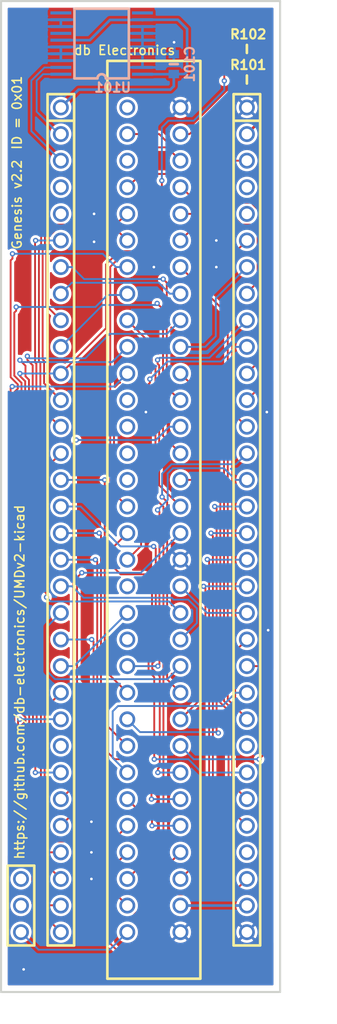
<source format=kicad_pcb>
(kicad_pcb (version 20171130) (host pcbnew 5.1.5-52549c5~84~ubuntu18.04.1)
  (title_block (title "Sega Genesis UMDv2 Adapter") (date 2020-03-09) (rev 2.2) (company "db Electronics") (comment 1 "Licensed Under CERN OHL v.1.2") (comment 2 https://github.com/db-electronics/UMDv2-genesis-kicad))
  (layers (0 F.Cu signal) (31 B.Cu signal) (34 B.Paste user) (35 F.Paste user) (36 B.SilkS user) (37 F.SilkS user) (38 B.Mask user) (39 F.Mask user) (44 Edge.Cuts user))
  (net 0 "")
  (net 1 +3V3)
  (net 2 GND)
  (net 3 /SDA)
  (net 4 /SCL)
  (net 5 /~LWR~)
  (net 6 /A15)
  (net 7 /A13)
  (net 8 /A18)
  (net 9 /A16)
  (net 10 /~WR~)
  (net 11 /A10)
  (net 12 /A8)
  (net 13 /D0)
  (net 14 /D14)
  (net 15 /D2)
  (net 16 /D12)
  (net 17 /D10)
  (net 18 /D8)
  (net 19 /D6)
  (net 20 /D4)
  (net 21 /A5)
  (net 22 /A3)
  (net 23 /A1)
  (net 24 /A22)
  (net 25 /A20)
  (net 26 /A19)
  (net 27 /A23)
  (net 28 /A21)
  (net 29 /A2)
  (net 30 /A4)
  (net 31 /~CE~)
  (net 32 /A6)
  (net 33 /~CART~)
  (net 34 /~VRES~)
  (net 35 /D5)
  (net 36 /D7)
  (net 37 /D9)
  (net 38 /D11)
  (net 39 /D3)
  (net 40 /D13)
  (net 41 /D15)
  (net 42 /D1)
  (net 43 /A7)
  (net 44 /A9)
  (net 45 /A11)
  (net 46 /~RD~)
  (net 47 /A17)
  (net 48 /A12)
  (net 49 /A14)
  (net 50 /~TIME~)
  (net 51 /~MRES~)
  (net 52 /~DTACK~)
  (net 53 /~ASEL~)
  (net 54 /~AS~)
  (net 55 /~M3~)
  (net 56 /5V_0)
  (net 57 /5V_1)
  (net 58 "Net-(CON102-PadA2)")
  (net 59 "Net-(CON101-Pad66)")
  (net 60 "Net-(CON101-Pad65)")
  (net 61 "Net-(CON101-Pad61)")
  (net 62 "Net-(CON101-Pad60)")
  (net 63 "Net-(CON101-Pad40)")
  (net 64 /A0)
  (net 65 "Net-(CON101-Pad25)")
  (net 66 "Net-(CON101-Pad5)")
  (net 67 "Net-(CON101-Pad4)")
  (net 68 "Net-(CON102-PadB1)")
  (net 69 "Net-(CON102-PadB3)")
  (net 70 "Net-(CON102-PadB12)")
  (net 71 "Net-(CON102-PadB13)")
  (net 72 "Net-(CON102-PadB14)")
  (net 73 "Net-(CON102-PadB15)")
  (net 74 "Net-(CON102-PadB19)")
  (net 75 "Net-(CON102-PadB21)")
  (net 76 "Net-(U101-Pad7)")
  (net 77 "Net-(U101-Pad10)")
  (net 78 "Net-(U101-Pad11)")
  (module db-smt:0603 (layer F.Cu) (at 153.67 60.452)
    (fp_text reference R102 (at 0.127 -1.397) (layer F.SilkS) (effects (font (size 0.889 0.889) (thickness 0.2032))))
    (fp_text value 0 hide)
    (pad 2 smd rect (at 0.95 0) (size 0.8 1) (layers F.Cu F.Paste F.Mask) (net 10 /~WR~))
    (pad 1 smd rect (at -0.95 0) (size 0.8 1) (layers F.Cu F.Paste F.Mask) (net 58 "Net-(CON102-PadA2)"))
  )
  (module db-smt:0603 (layer F.Cu) (at 153.67 63.373)
    (fp_text reference R101 (at 0.127 -1.397) (layer F.SilkS) (effects (font (size 0.889 0.889) (thickness 0.2032))))
    (fp_text value 0 hide)
    (pad 2 smd rect (at 0.95 0) (size 0.8 1) (layers F.Cu F.Paste F.Mask) (net 56 /5V_0))
    (pad 1 smd rect (at -0.95 0) (size 0.8 1) (layers F.Cu F.Paste F.Mask) (net 58 "Net-(CON102-PadA2)"))
  )
  (module db-thparts:UMD-CONN-DIP64 (layer F.Cu) (at 135.89 66.04)
    (fp_text reference CON101 hide)
    (fp_text value UMDv2-CONN hide)
    (pad 67 thru_hole circle (at -3.81 78.74 270) (size 1.524 1.524) (drill 1.016) (layers *.Cu *.Mask) (net 33 /~CART~))
    (pad 66 thru_hole circle (at -3.81 76.2 270) (size 1.524 1.524) (drill 1.016) (layers *.Cu *.Mask) (net 59 "Net-(CON101-Pad66)"))
    (pad 65 thru_hole circle (at -3.81 73.66 270) (size 1.524 1.524) (drill 1.016) (layers *.Cu *.Mask) (net 60 "Net-(CON101-Pad65)"))
    (pad 64 thru_hole circle (at 17.78 0) (size 1.524 1.524) (drill 1.016) (layers *.Cu *.Mask) (net 2 GND))
    (pad 63 thru_hole circle (at 17.78 2.54) (size 1.524 1.524) (drill 1.016) (layers *.Cu *.Mask) (net 56 /5V_0))
    (pad 62 thru_hole circle (at 17.78 5.08) (size 1.524 1.524) (drill 1.016) (layers *.Cu *.Mask) (net 51 /~MRES~))
    (pad 61 thru_hole circle (at 17.78 7.62) (size 1.524 1.524) (drill 1.016) (layers *.Cu *.Mask) (net 61 "Net-(CON101-Pad61)"))
    (pad 60 thru_hole circle (at 17.78 10.16) (size 1.524 1.524) (drill 1.016) (layers *.Cu *.Mask) (net 62 "Net-(CON101-Pad60)"))
    (pad 59 thru_hole circle (at 17.78 12.7) (size 1.524 1.524) (drill 1.016) (layers *.Cu *.Mask) (net 54 /~AS~))
    (pad 58 thru_hole circle (at 17.78 15.24) (size 1.524 1.524) (drill 1.016) (layers *.Cu *.Mask) (net 49 /A14))
    (pad 57 thru_hole circle (at 17.78 17.78) (size 1.524 1.524) (drill 1.016) (layers *.Cu *.Mask) (net 48 /A12))
    (pad 56 thru_hole circle (at 17.78 20.32) (size 1.524 1.524) (drill 1.016) (layers *.Cu *.Mask) (net 47 /A17))
    (pad 55 thru_hole circle (at 17.78 22.86) (size 1.524 1.524) (drill 1.016) (layers *.Cu *.Mask) (net 46 /~RD~))
    (pad 54 thru_hole circle (at 17.78 25.4) (size 1.524 1.524) (drill 1.016) (layers *.Cu *.Mask) (net 45 /A11))
    (pad 53 thru_hole circle (at 17.78 27.94) (size 1.524 1.524) (drill 1.016) (layers *.Cu *.Mask) (net 44 /A9))
    (pad 52 thru_hole circle (at 17.78 30.48) (size 1.524 1.524) (drill 1.016) (layers *.Cu *.Mask) (net 43 /A7))
    (pad 51 thru_hole circle (at 17.78 33.02) (size 1.524 1.524) (drill 1.016) (layers *.Cu *.Mask) (net 42 /D1))
    (pad 50 thru_hole circle (at 17.78 35.56) (size 1.524 1.524) (drill 1.016) (layers *.Cu *.Mask) (net 41 /D15))
    (pad 49 thru_hole circle (at 17.78 38.1) (size 1.524 1.524) (drill 1.016) (layers *.Cu *.Mask) (net 40 /D13))
    (pad 48 thru_hole circle (at 17.78 40.64) (size 1.524 1.524) (drill 1.016) (layers *.Cu *.Mask) (net 39 /D3))
    (pad 47 thru_hole circle (at 17.78 43.18) (size 1.524 1.524) (drill 1.016) (layers *.Cu *.Mask) (net 38 /D11))
    (pad 46 thru_hole circle (at 17.78 45.72) (size 1.524 1.524) (drill 1.016) (layers *.Cu *.Mask) (net 37 /D9))
    (pad 45 thru_hole circle (at 17.78 48.26) (size 1.524 1.524) (drill 1.016) (layers *.Cu *.Mask) (net 36 /D7))
    (pad 44 thru_hole circle (at 17.78 50.8) (size 1.524 1.524) (drill 1.016) (layers *.Cu *.Mask) (net 35 /D5))
    (pad 43 thru_hole circle (at 17.78 53.34) (size 1.524 1.524) (drill 1.016) (layers *.Cu *.Mask) (net 34 /~VRES~))
    (pad 42 thru_hole circle (at 17.78 55.88) (size 1.524 1.524) (drill 1.016) (layers *.Cu *.Mask) (net 53 /~ASEL~))
    (pad 41 thru_hole circle (at 17.78 58.42) (size 1.524 1.524) (drill 1.016) (layers *.Cu *.Mask) (net 32 /A6))
    (pad 40 thru_hole circle (at 17.78 60.96) (size 1.524 1.524) (drill 1.016) (layers *.Cu *.Mask) (net 63 "Net-(CON101-Pad40)"))
    (pad 39 thru_hole circle (at 17.78 63.5) (size 1.524 1.524) (drill 1.016) (layers *.Cu *.Mask) (net 31 /~CE~))
    (pad 38 thru_hole circle (at 17.78 66.04) (size 1.524 1.524) (drill 1.016) (layers *.Cu *.Mask) (net 30 /A4))
    (pad 37 thru_hole circle (at 17.78 68.58) (size 1.524 1.524) (drill 1.016) (layers *.Cu *.Mask) (net 29 /A2))
    (pad 36 thru_hole circle (at 17.78 71.12) (size 1.524 1.524) (drill 1.016) (layers *.Cu *.Mask) (net 64 /A0))
    (pad 35 thru_hole circle (at 17.78 73.66) (size 1.524 1.524) (drill 1.016) (layers *.Cu *.Mask) (net 28 /A21))
    (pad 34 thru_hole circle (at 17.78 76.2) (size 1.524 1.524) (drill 1.016) (layers *.Cu *.Mask) (net 57 /5V_1))
    (pad 33 thru_hole circle (at 17.78 78.74) (size 1.524 1.524) (drill 1.016) (layers *.Cu *.Mask) (net 2 GND))
    (pad 32 thru_hole circle (at 0 78.74) (size 1.524 1.524) (drill 1.016) (layers *.Cu *.Mask) (net 27 /A23))
    (pad 31 thru_hole circle (at 0 76.2) (size 1.524 1.524) (drill 1.016) (layers *.Cu *.Mask) (net 26 /A19))
    (pad 30 thru_hole circle (at 0 73.66) (size 1.524 1.524) (drill 1.016) (layers *.Cu *.Mask) (net 25 /A20))
    (pad 29 thru_hole circle (at 0 71.12) (size 1.524 1.524) (drill 1.016) (layers *.Cu *.Mask) (net 24 /A22))
    (pad 28 thru_hole circle (at 0 68.58) (size 1.524 1.524) (drill 1.016) (layers *.Cu *.Mask) (net 23 /A1))
    (pad 27 thru_hole circle (at 0 66.04) (size 1.524 1.524) (drill 1.016) (layers *.Cu *.Mask) (net 22 /A3))
    (pad 26 thru_hole circle (at 0 63.5) (size 1.524 1.524) (drill 1.016) (layers *.Cu *.Mask) (net 21 /A5))
    (pad 25 thru_hole circle (at 0 60.96) (size 1.524 1.524) (drill 1.016) (layers *.Cu *.Mask) (net 65 "Net-(CON101-Pad25)"))
    (pad 24 thru_hole circle (at 0 58.42) (size 1.524 1.524) (drill 1.016) (layers *.Cu *.Mask) (net 50 /~TIME~))
    (pad 23 thru_hole circle (at 0 55.88) (size 1.524 1.524) (drill 1.016) (layers *.Cu *.Mask) (net 55 /~M3~))
    (pad 22 thru_hole circle (at 0 53.34) (size 1.524 1.524) (drill 1.016) (layers *.Cu *.Mask) (net 52 /~DTACK~))
    (pad 21 thru_hole circle (at 0 50.8) (size 1.524 1.524) (drill 1.016) (layers *.Cu *.Mask) (net 20 /D4))
    (pad 20 thru_hole circle (at 0 48.26) (size 1.524 1.524) (drill 1.016) (layers *.Cu *.Mask) (net 19 /D6))
    (pad 19 thru_hole circle (at 0 45.72) (size 1.524 1.524) (drill 1.016) (layers *.Cu *.Mask) (net 18 /D8))
    (pad 18 thru_hole circle (at 0 43.18) (size 1.524 1.524) (drill 1.016) (layers *.Cu *.Mask) (net 17 /D10))
    (pad 17 thru_hole circle (at 0 40.64) (size 1.524 1.524) (drill 1.016) (layers *.Cu *.Mask) (net 16 /D12))
    (pad 16 thru_hole circle (at 0 38.1) (size 1.524 1.524) (drill 1.016) (layers *.Cu *.Mask) (net 15 /D2))
    (pad 15 thru_hole circle (at 0 35.56) (size 1.524 1.524) (drill 1.016) (layers *.Cu *.Mask) (net 14 /D14))
    (pad 14 thru_hole circle (at 0 33.02) (size 1.524 1.524) (drill 1.016) (layers *.Cu *.Mask) (net 13 /D0))
    (pad 13 thru_hole circle (at 0 30.48) (size 1.524 1.524) (drill 1.016) (layers *.Cu *.Mask) (net 12 /A8))
    (pad 12 thru_hole circle (at 0 27.94) (size 1.524 1.524) (drill 1.016) (layers *.Cu *.Mask) (net 11 /A10))
    (pad 11 thru_hole circle (at 0 25.4) (size 1.524 1.524) (drill 1.016) (layers *.Cu *.Mask) (net 10 /~WR~))
    (pad 10 thru_hole circle (at 0 22.86) (size 1.524 1.524) (drill 1.016) (layers *.Cu *.Mask) (net 9 /A16))
    (pad 9 thru_hole circle (at 0 20.32) (size 1.524 1.524) (drill 1.016) (layers *.Cu *.Mask) (net 8 /A18))
    (pad 8 thru_hole circle (at 0 17.78) (size 1.524 1.524) (drill 1.016) (layers *.Cu *.Mask) (net 7 /A13))
    (pad 7 thru_hole circle (at 0 15.24) (size 1.524 1.524) (drill 1.016) (layers *.Cu *.Mask) (net 6 /A15))
    (pad 6 thru_hole circle (at 0 12.7) (size 1.524 1.524) (drill 1.016) (layers *.Cu *.Mask) (net 5 /~LWR~))
    (pad 5 thru_hole circle (at 0 10.16) (size 1.524 1.524) (drill 1.016) (layers *.Cu *.Mask) (net 66 "Net-(CON101-Pad5)"))
    (pad 4 thru_hole circle (at 0 7.62) (size 1.524 1.524) (drill 1.016) (layers *.Cu *.Mask) (net 67 "Net-(CON101-Pad4)"))
    (pad 3 thru_hole circle (at 0 5.08) (size 1.524 1.524) (drill 1.016) (layers *.Cu *.Mask) (net 3 /SDA))
    (pad 2 thru_hole circle (at 0 2.54) (size 1.524 1.524) (drill 1.016) (layers *.Cu *.Mask) (net 4 /SCL))
    (pad 1 thru_hole circle (at 0 0) (size 1.524 1.524) (drill 1.016) (layers *.Cu *.Mask) (net 1 +3V3))
  )
  (module db-thparts:GENESIS-CONN (layer F.Cu) (at 142.24 66.04)
    (fp_text reference CON102 hide)
    (fp_text value GENESIS-CONN hide)
    (pad A26 thru_hole circle (at 5.08 63.5 180) (size 1.524 1.524) (drill 1.016) (layers *.Cu *.Mask) (net 15 /D2))
    (pad A25 thru_hole circle (at 5.08 60.96 180) (size 1.524 1.524) (drill 1.016) (layers *.Cu *.Mask) (net 35 /D5))
    (pad A24 thru_hole circle (at 5.08 58.42 180) (size 1.524 1.524) (drill 1.016) (layers *.Cu *.Mask) (net 37 /D9))
    (pad A23 thru_hole circle (at 5.08 55.88 180) (size 1.524 1.524) (drill 1.016) (layers *.Cu *.Mask) (net 42 /D1))
    (pad A32 thru_hole circle (at 5.08 78.74 180) (size 1.524 1.524) (drill 1.016) (layers *.Cu *.Mask) (net 2 GND))
    (pad A31 thru_hole circle (at 5.08 76.2 180) (size 1.524 1.524) (drill 1.016) (layers *.Cu *.Mask) (net 57 /5V_1))
    (pad A30 thru_hole circle (at 5.08 73.66 180) (size 1.524 1.524) (drill 1.016) (layers *.Cu *.Mask) (net 38 /D11))
    (pad A29 thru_hole circle (at 5.08 71.12 180) (size 1.524 1.524) (drill 1.016) (layers *.Cu *.Mask) (net 39 /D3))
    (pad A28 thru_hole circle (at 5.08 68.58 180) (size 1.524 1.524) (drill 1.016) (layers *.Cu *.Mask) (net 20 /D4))
    (pad A27 thru_hole circle (at 5.08 66.04 180) (size 1.524 1.524) (drill 1.016) (layers *.Cu *.Mask) (net 17 /D10))
    (pad B32 thru_hole circle (at 0 78.74 180) (size 1.524 1.524) (drill 1.016) (layers *.Cu *.Mask) (net 33 /~CART~))
    (pad B31 thru_hole circle (at 0 76.2 180) (size 1.524 1.524) (drill 1.016) (layers *.Cu *.Mask) (net 50 /~TIME~))
    (pad B30 thru_hole circle (at 0 73.66 180) (size 1.524 1.524) (drill 1.016) (layers *.Cu *.Mask) (net 55 /~M3~))
    (pad B29 thru_hole circle (at 0 71.12 180) (size 1.524 1.524) (drill 1.016) (layers *.Cu *.Mask) (net 10 /~WR~))
    (pad B28 thru_hole circle (at 0 68.58 180) (size 1.524 1.524) (drill 1.016) (layers *.Cu *.Mask) (net 5 /~LWR~))
    (pad B27 thru_hole circle (at 0 66.04 180) (size 1.524 1.524) (drill 1.016) (layers *.Cu *.Mask) (net 34 /~VRES~))
    (pad B26 thru_hole circle (at 0 63.5 180) (size 1.524 1.524) (drill 1.016) (layers *.Cu *.Mask) (net 53 /~ASEL~))
    (pad B25 thru_hole circle (at 0 60.96 180) (size 1.524 1.524) (drill 1.016) (layers *.Cu *.Mask) (net 16 /D12))
    (pad B24 thru_hole circle (at 0 58.42 180) (size 1.524 1.524) (drill 1.016) (layers *.Cu *.Mask) (net 40 /D13))
    (pad B23 thru_hole circle (at 0 55.88 180) (size 1.524 1.524) (drill 1.016) (layers *.Cu *.Mask) (net 14 /D14))
    (pad B1 thru_hole circle (at 0 0 180) (size 1.524 1.524) (drill 1.016) (layers *.Cu *.Mask) (net 68 "Net-(CON102-PadB1)"))
    (pad B2 thru_hole circle (at 0 2.54 180) (size 1.524 1.524) (drill 1.016) (layers *.Cu *.Mask) (net 51 /~MRES~))
    (pad B3 thru_hole circle (at 0 5.08 180) (size 1.524 1.524) (drill 1.016) (layers *.Cu *.Mask) (net 69 "Net-(CON102-PadB3)"))
    (pad B4 thru_hole circle (at 0 7.62 180) (size 1.524 1.524) (drill 1.016) (layers *.Cu *.Mask) (net 44 /A9))
    (pad B5 thru_hole circle (at 0 10.16 180) (size 1.524 1.524) (drill 1.016) (layers *.Cu *.Mask) (net 11 /A10))
    (pad B6 thru_hole circle (at 0 12.7 180) (size 1.524 1.524) (drill 1.016) (layers *.Cu *.Mask) (net 8 /A18))
    (pad B7 thru_hole circle (at 0 15.24 180) (size 1.524 1.524) (drill 1.016) (layers *.Cu *.Mask) (net 26 /A19))
    (pad B8 thru_hole circle (at 0 17.78 180) (size 1.524 1.524) (drill 1.016) (layers *.Cu *.Mask) (net 25 /A20))
    (pad B9 thru_hole circle (at 0 20.32 180) (size 1.524 1.524) (drill 1.016) (layers *.Cu *.Mask) (net 28 /A21))
    (pad B10 thru_hole circle (at 0 22.86 180) (size 1.524 1.524) (drill 1.016) (layers *.Cu *.Mask) (net 24 /A22))
    (pad B11 thru_hole circle (at 0 25.4 180) (size 1.524 1.524) (drill 1.016) (layers *.Cu *.Mask) (net 27 /A23))
    (pad B12 thru_hole circle (at 0 27.94 180) (size 1.524 1.524) (drill 1.016) (layers *.Cu *.Mask) (net 70 "Net-(CON102-PadB12)"))
    (pad B13 thru_hole circle (at 0 30.48 180) (size 1.524 1.524) (drill 1.016) (layers *.Cu *.Mask) (net 71 "Net-(CON102-PadB13)"))
    (pad B14 thru_hole circle (at 0 33.02 180) (size 1.524 1.524) (drill 1.016) (layers *.Cu *.Mask) (net 72 "Net-(CON102-PadB14)"))
    (pad B15 thru_hole circle (at 0 35.56 180) (size 1.524 1.524) (drill 1.016) (layers *.Cu *.Mask) (net 73 "Net-(CON102-PadB15)"))
    (pad B16 thru_hole circle (at 0 38.1 180) (size 1.524 1.524) (drill 1.016) (layers *.Cu *.Mask) (net 46 /~RD~))
    (pad B17 thru_hole circle (at 0 40.64 180) (size 1.524 1.524) (drill 1.016) (layers *.Cu *.Mask) (net 31 /~CE~))
    (pad B18 thru_hole circle (at 0 43.18 180) (size 1.524 1.524) (drill 1.016) (layers *.Cu *.Mask) (net 54 /~AS~))
    (pad B19 thru_hole circle (at 0 45.72 180) (size 1.524 1.524) (drill 1.016) (layers *.Cu *.Mask) (net 74 "Net-(CON102-PadB19)"))
    (pad B20 thru_hole circle (at 0 48.26 180) (size 1.524 1.524) (drill 1.016) (layers *.Cu *.Mask) (net 52 /~DTACK~))
    (pad B21 thru_hole circle (at 0 50.8 180) (size 1.524 1.524) (drill 1.016) (layers *.Cu *.Mask) (net 75 "Net-(CON102-PadB21)"))
    (pad B22 thru_hole circle (at 0 53.34 180) (size 1.524 1.524) (drill 1.016) (layers *.Cu *.Mask) (net 41 /D15))
    (pad A1 thru_hole circle (at 5.08 0 180) (size 1.524 1.524) (drill 1.016) (layers *.Cu *.Mask) (net 2 GND))
    (pad A2 thru_hole circle (at 5.08 2.54 180) (size 1.524 1.524) (drill 1.016) (layers *.Cu *.Mask) (net 58 "Net-(CON102-PadA2)"))
    (pad A3 thru_hole circle (at 5.08 5.08 180) (size 1.524 1.524) (drill 1.016) (layers *.Cu *.Mask) (net 12 /A8))
    (pad A4 thru_hole circle (at 5.08 7.62 180) (size 1.524 1.524) (drill 1.016) (layers *.Cu *.Mask) (net 45 /A11))
    (pad A5 thru_hole circle (at 5.08 10.16 180) (size 1.524 1.524) (drill 1.016) (layers *.Cu *.Mask) (net 43 /A7))
    (pad A6 thru_hole circle (at 5.08 12.7 180) (size 1.524 1.524) (drill 1.016) (layers *.Cu *.Mask) (net 48 /A12))
    (pad A7 thru_hole circle (at 5.08 15.24 180) (size 1.524 1.524) (drill 1.016) (layers *.Cu *.Mask) (net 32 /A6))
    (pad A8 thru_hole circle (at 5.08 17.78 180) (size 1.524 1.524) (drill 1.016) (layers *.Cu *.Mask) (net 7 /A13))
    (pad A9 thru_hole circle (at 5.08 20.32 180) (size 1.524 1.524) (drill 1.016) (layers *.Cu *.Mask) (net 21 /A5))
    (pad A10 thru_hole circle (at 5.08 22.86 180) (size 1.524 1.524) (drill 1.016) (layers *.Cu *.Mask) (net 49 /A14))
    (pad A11 thru_hole circle (at 5.08 25.4 180) (size 1.524 1.524) (drill 1.016) (layers *.Cu *.Mask) (net 30 /A4))
    (pad A12 thru_hole circle (at 5.08 27.94 180) (size 1.524 1.524) (drill 1.016) (layers *.Cu *.Mask) (net 6 /A15))
    (pad A13 thru_hole circle (at 5.08 30.48 180) (size 1.524 1.524) (drill 1.016) (layers *.Cu *.Mask) (net 22 /A3))
    (pad A14 thru_hole circle (at 5.08 33.02 180) (size 1.524 1.524) (drill 1.016) (layers *.Cu *.Mask) (net 9 /A16))
    (pad A15 thru_hole circle (at 5.08 35.56 180) (size 1.524 1.524) (drill 1.016) (layers *.Cu *.Mask) (net 29 /A2))
    (pad A16 thru_hole circle (at 5.08 38.1 180) (size 1.524 1.524) (drill 1.016) (layers *.Cu *.Mask) (net 47 /A17))
    (pad A17 thru_hole circle (at 5.08 40.64 180) (size 1.524 1.524) (drill 1.016) (layers *.Cu *.Mask) (net 23 /A1))
    (pad A18 thru_hole circle (at 5.08 43.18 180) (size 1.524 1.524) (drill 1.016) (layers *.Cu *.Mask) (net 2 GND))
    (pad A19 thru_hole circle (at 5.08 45.72 180) (size 1.524 1.524) (drill 1.016) (layers *.Cu *.Mask) (net 36 /D7))
    (pad A20 thru_hole circle (at 5.08 48.26 180) (size 1.524 1.524) (drill 1.016) (layers *.Cu *.Mask) (net 13 /D0))
    (pad A21 thru_hole circle (at 5.08 50.8 180) (size 1.524 1.524) (drill 1.016) (layers *.Cu *.Mask) (net 18 /D8))
    (pad A22 thru_hole circle (at 5.08 53.34 180) (size 1.524 1.524) (drill 1.016) (layers *.Cu *.Mask) (net 19 /D6))
  )
  (module db-smt:0603 (layer B.Cu) (at 146.685 61.8998 90)
    (fp_text reference C101 (at 0 1.524 90) (layer B.SilkS) (effects (font (size 0.889 0.889) (thickness 0.2032)) (justify mirror)))
    (fp_text value 0.1uF/50V hide)
    (pad 1 smd rect (at -0.95 0 90) (size 0.8 1) (layers B.Cu B.Paste B.Mask) (net 1 +3V3))
    (pad 2 smd rect (at 0.95 0 90) (size 0.8 1) (layers B.Cu B.Paste B.Mask) (net 2 GND))
  )
  (module db-smt:SSOP-20 (layer B.Cu) (at 135.89 62.865)
    (fp_text reference U101 (at 4.953 1.27) (layer B.SilkS) (effects (font (size 0.889 0.889) (thickness 0.2032)) (justify mirror)))
    (fp_text value MCP23008T-E_SS hide)
    (pad 1 smd rect (at 0 0) (size 2 0.3) (layers B.Cu B.Paste B.Mask) (net 4 /SCL))
    (pad 2 smd rect (at 0 -0.65) (size 2 0.3) (layers B.Cu B.Paste B.Mask) (net 3 /SDA))
    (pad 3 smd rect (at 0 -1.3) (size 2 0.3) (layers B.Cu B.Paste B.Mask) (net 2 GND))
    (pad 4 smd rect (at 0 -1.95) (size 2 0.3) (layers B.Cu B.Paste B.Mask) (net 2 GND))
    (pad 5 smd rect (at 0 -2.6) (size 2 0.3) (layers B.Cu B.Paste B.Mask) (net 2 GND))
    (pad 6 smd rect (at 0 -3.25) (size 2 0.3) (layers B.Cu B.Paste B.Mask) (net 1 +3V3))
    (pad 7 smd rect (at 0 -3.9) (size 2 0.3) (layers B.Cu B.Paste B.Mask) (net 76 "Net-(U101-Pad7)"))
    (pad 8 smd rect (at 0 -4.55) (size 2 0.3) (layers B.Cu B.Paste B.Mask) (net 2 GND))
    (pad 9 smd rect (at 0 -5.2) (size 2 0.3) (layers B.Cu B.Paste B.Mask) (net 2 GND))
    (pad 10 smd rect (at 0 -5.85) (size 2 0.3) (layers B.Cu B.Paste B.Mask) (net 77 "Net-(U101-Pad10)"))
    (pad 11 smd rect (at 7.8 -5.85) (size 2 0.3) (layers B.Cu B.Paste B.Mask) (net 78 "Net-(U101-Pad11)"))
    (pad 12 smd rect (at 7.8 -5.2) (size 2 0.3) (layers B.Cu B.Paste B.Mask) (net 1 +3V3))
    (pad 13 smd rect (at 7.8 -4.55) (size 2 0.3) (layers B.Cu B.Paste B.Mask) (net 2 GND))
    (pad 14 smd rect (at 7.8 -3.9) (size 2 0.3) (layers B.Cu B.Paste B.Mask) (net 2 GND))
    (pad 15 smd rect (at 7.8 -3.25) (size 2 0.3) (layers B.Cu B.Paste B.Mask) (net 2 GND))
    (pad 16 smd rect (at 7.8 -2.6) (size 2 0.3) (layers B.Cu B.Paste B.Mask) (net 2 GND))
    (pad 19 smd rect (at 7.8 -0.65) (size 2 0.3) (layers B.Cu B.Paste B.Mask) (net 2 GND))
    (pad 20 smd rect (at 7.8 0) (size 2 0.3) (layers B.Cu B.Paste B.Mask) (net 1 +3V3))
    (pad 17 smd rect (at 7.8 -1.95) (size 2 0.3) (layers B.Cu B.Paste B.Mask) (net 2 GND))
    (pad 18 smd rect (at 7.8 -1.3) (size 2 0.3) (layers B.Cu B.Paste B.Mask) (net 2 GND))
  )
  (gr_text "db Electronics" (at 141.986 60.579) (layer F.SilkS) (effects (font (size 0.889 0.889) (thickness 0.1524))))
  (gr_text "ID = 0x01" (at 131.699 66.548 90) (layer F.SilkS) (effects (font (size 0.889 0.889) (thickness 0.1524))))
  (gr_text "Genesis v2.2" (at 131.699 75.311 90) (layer F.SilkS) (effects (font (size 0.889 0.889) (thickness 0.1524))))
  (gr_text https://github.com/db-electronics/UMDv2-kicad (at 131.953 120.904 90) (layer F.SilkS) (effects (font (size 0.889 0.889) (thickness 0.1524))))
  (gr_line (start 156.845 55.88) (end 130.175 55.88) (layer Edge.Cuts) (width 0.2))
  (gr_line (start 156.845 55.88) (end 156.845 150.495) (layer Edge.Cuts) (width 0.2))
  (gr_line (start 130.175 150.495) (end 130.175 55.88) (layer Edge.Cuts) (width 0.2))
  (gr_line (start 156.845 150.495) (end 130.175 150.495) (layer Edge.Cuts) (width 0.2))
  (segment (start 135.89 66.04) (end 137.5918 64.3382) (width 0.254) (layer B.Cu) (net 1))
  (segment (start 137.5918 64.3382) (end 146.3548 64.3382) (width 0.254) (layer B.Cu) (net 1))
  (segment (start 146.3548 64.3382) (end 146.685 64.008) (width 0.254) (layer B.Cu) (net 1))
  (segment (start 146.685 64.008) (end 146.685 62.8498) (width 0.254) (layer B.Cu) (net 1))
  (segment (start 146.6698 62.865) (end 146.685 62.8498) (width 0.254) (layer B.Cu) (net 1))
  (segment (start 143.69 62.865) (end 146.6698 62.865) (width 0.254) (layer B.Cu) (net 1))
  (segment (start 143.69 57.711) (end 143.6878 57.7088) (width 0.254) (layer B.Cu) (net 1))
  (segment (start 143.69 57.665) (end 147.073 57.665) (width 0.254) (layer B.Cu) (net 1))
  (segment (start 147.073 57.665) (end 147.955 58.547) (width 0.254) (layer B.Cu) (net 1))
  (segment (start 147.955 58.547) (end 147.955 62.611) (width 0.254) (layer B.Cu) (net 1))
  (segment (start 147.7162 62.8498) (end 146.685 62.8498) (width 0.254) (layer B.Cu) (net 1))
  (segment (start 147.955 62.611) (end 147.7162 62.8498) (width 0.254) (layer B.Cu) (net 1))
  (segment (start 135.89 59.615) (end 138.6574 59.615) (width 0.254) (layer B.Cu) (net 1))
  (segment (start 138.6574 59.615) (end 140.589 57.6834) (width 0.254) (layer B.Cu) (net 1))
  (segment (start 140.589 57.6834) (end 143.6878 57.6834) (width 0.254) (layer B.Cu) (net 1))
  (via (at 146.7104 59.817) (size 0.508) (drill 0.254) (layers F.Cu B.Cu) (net 2))
  (segment (start 146.7104 60.17621) (end 146.7358 60.20161) (width 0.254) (layer B.Cu) (net 2))
  (segment (start 146.7104 59.817) (end 146.7104 60.17621) (width 0.254) (layer B.Cu) (net 2))
  (segment (start 146.7358 60.20161) (end 146.7358 60.96) (width 0.254) (layer B.Cu) (net 2))
  (segment (start 144.944 60.915) (end 144.9498 60.9092) (width 0.254) (layer B.Cu) (net 2))
  (segment (start 143.69 60.915) (end 144.944 60.915) (width 0.254) (layer B.Cu) (net 2))
  (segment (start 144.9498 60.9092) (end 146.6342 60.9092) (width 0.254) (layer B.Cu) (net 2))
  (segment (start 146.6342 60.9092) (end 146.6596 60.8838) (width 0.254) (layer B.Cu) (net 2))
  (via (at 139.065 76.2) (size 0.508) (drill 0.254) (layers F.Cu B.Cu) (net 2))
  (via (at 139.065 78.867) (size 0.508) (drill 0.254) (layers F.Cu B.Cu) (net 2))
  (via (at 150.749 78.74) (size 0.508) (drill 0.254) (layers F.Cu B.Cu) (net 2))
  (via (at 150.749 81.28) (size 0.508) (drill 0.254) (layers F.Cu B.Cu) (net 2))
  (via (at 144.78 81.28) (size 0.508) (drill 0.254) (layers F.Cu B.Cu) (net 2))
  (via (at 144.018 95.123) (size 0.508) (drill 0.254) (layers F.Cu B.Cu) (net 2))
  (via (at 132.334 148.336) (size 0.508) (drill 0.254) (layers F.Cu B.Cu) (net 2))
  (via (at 155.575 95.123) (size 0.508) (drill 0.254) (layers F.Cu B.Cu) (net 2))
  (via (at 155.702 115.951) (size 0.508) (drill 0.254) (layers F.Cu B.Cu) (net 2))
  (via (at 138.811 139.7) (size 0.508) (drill 0.254) (layers F.Cu B.Cu) (net 2))
  (via (at 138.811 137.16) (size 0.508) (drill 0.254) (layers F.Cu B.Cu) (net 2))
  (via (at 138.811 134.239) (size 0.508) (drill 0.254) (layers F.Cu B.Cu) (net 2))
  (segment (start 133.0706 68.3006) (end 133.0706 63.4746) (width 0.1778) (layer B.Cu) (net 3))
  (segment (start 135.89 71.12) (end 133.0706 68.3006) (width 0.1778) (layer B.Cu) (net 3))
  (segment (start 133.0706 63.4746) (end 134.3152 62.23) (width 0.1778) (layer B.Cu) (net 3))
  (segment (start 134.3152 62.23) (end 135.9408 62.23) (width 0.1778) (layer B.Cu) (net 3))
  (segment (start 135.7884 68.6562) (end 135.7884 68.6308) (width 0.1778) (layer B.Cu) (net 4))
  (segment (start 133.5786 66.4464) (end 135.7884 68.6562) (width 0.1778) (layer B.Cu) (net 4))
  (segment (start 133.5786 63.4746) (end 133.5786 66.4464) (width 0.1778) (layer B.Cu) (net 4))
  (segment (start 135.89 62.865) (end 134.1882 62.865) (width 0.1778) (layer B.Cu) (net 4))
  (segment (start 134.1882 62.865) (end 133.5786 63.4746) (width 0.1778) (layer B.Cu) (net 4))
  (via (at 133.477 78.74) (size 0.508) (drill 0.254) (layers F.Cu B.Cu) (net 5))
  (segment (start 134.1374 78.74) (end 133.477 78.74) (width 0.1778) (layer B.Cu) (net 5))
  (segment (start 135.89 78.74) (end 134.1374 78.74) (width 0.1778) (layer B.Cu) (net 5))
  (segment (start 133.477 78.74) (end 133.426211 78.790789) (width 0.1778) (layer F.Cu) (net 5))
  (segment (start 133.426211 78.790789) (end 133.426211 90.381912) (width 0.1778) (layer F.Cu) (net 5))
  (segment (start 133.553236 93.63958) (end 133.553236 90.508937) (width 0.1778) (layer F.Cu) (net 5))
  (segment (start 133.5532 93.6498) (end 133.5532 93.639616) (width 0.1778) (layer F.Cu) (net 5))
  (segment (start 133.22304 122.88524) (end 133.22304 93.97996) (width 0.1778) (layer F.Cu) (net 5))
  (segment (start 133.5532 93.639616) (end 133.553236 93.63958) (width 0.1778) (layer F.Cu) (net 5))
  (segment (start 133.22304 93.97996) (end 133.5532 93.6498) (width 0.1778) (layer F.Cu) (net 5))
  (segment (start 133.985 123.6472) (end 133.22304 122.88524) (width 0.1778) (layer F.Cu) (net 5))
  (segment (start 133.553236 90.508937) (end 133.477 90.432701) (width 0.1778) (layer F.Cu) (net 5))
  (segment (start 140.766789 136.118611) (end 134.802902 136.118611) (width 0.1778) (layer F.Cu) (net 5))
  (segment (start 133.426211 90.381912) (end 133.477 90.432701) (width 0.1778) (layer F.Cu) (net 5))
  (segment (start 134.802902 136.118611) (end 133.985 135.300709) (width 0.1778) (layer F.Cu) (net 5))
  (segment (start 142.2654 134.62) (end 140.766789 136.118611) (width 0.1778) (layer F.Cu) (net 5))
  (segment (start 133.985 135.300709) (end 133.985 123.6472) (width 0.1778) (layer F.Cu) (net 5))
  (via (at 145.669 82.423) (size 0.508) (drill 0.254) (layers F.Cu B.Cu) (net 6))
  (segment (start 136.96763 81.28) (end 135.89 81.28) (width 0.1778) (layer B.Cu) (net 6))
  (segment (start 145.669 82.423) (end 138.11063 82.423) (width 0.1778) (layer B.Cu) (net 6))
  (segment (start 138.11063 82.423) (end 136.96763 81.28) (width 0.1778) (layer B.Cu) (net 6))
  (segment (start 146.011912 92.748112) (end 146.011912 82.765912) (width 0.1778) (layer F.Cu) (net 6))
  (segment (start 146.011912 82.765912) (end 145.669 82.423) (width 0.1778) (layer F.Cu) (net 6))
  (segment (start 147.2946 94.0308) (end 146.011912 92.748112) (width 0.1778) (layer F.Cu) (net 6))
  (segment (start 136.931389 82.778611) (end 145.253973 82.778611) (width 0.1778) (layer B.Cu) (net 7))
  (segment (start 146.295362 83.82) (end 147.32 83.82) (width 0.1778) (layer B.Cu) (net 7))
  (segment (start 135.89 83.82) (end 136.931389 82.778611) (width 0.1778) (layer B.Cu) (net 7))
  (segment (start 145.253973 82.778611) (end 146.295362 83.82) (width 0.1778) (layer B.Cu) (net 7))
  (segment (start 141.1224 77.6224) (end 142.24 78.74) (width 0.1778) (layer F.Cu) (net 8))
  (segment (start 134.505688 84.975688) (end 134.505688 79.768712) (width 0.1778) (layer F.Cu) (net 8))
  (segment (start 135.89 86.36) (end 134.505688 84.975688) (width 0.1778) (layer F.Cu) (net 8))
  (segment (start 134.505688 79.768712) (end 134.721622 79.552778) (width 0.1778) (layer F.Cu) (net 8))
  (segment (start 134.721622 78.3859) (end 135.485122 77.6224) (width 0.1778) (layer F.Cu) (net 8))
  (segment (start 134.721622 79.552778) (end 134.721622 78.3859) (width 0.1778) (layer F.Cu) (net 8))
  (segment (start 135.485122 77.6224) (end 141.1224 77.6224) (width 0.1778) (layer F.Cu) (net 8))
  (segment (start 139.89051 84.89949) (end 144.940683 84.89949) (width 0.1778) (layer B.Cu) (net 9))
  (segment (start 144.940683 84.89949) (end 145.093083 84.74709) (width 0.1778) (layer B.Cu) (net 9))
  (segment (start 135.89 88.9) (end 139.89051 84.89949) (width 0.1778) (layer B.Cu) (net 9))
  (via (at 145.093083 84.74709) (size 0.508) (drill 0.254) (layers F.Cu B.Cu) (net 9))
  (segment (start 145.656301 97.396301) (end 145.656301 85.310308) (width 0.1778) (layer F.Cu) (net 9))
  (segment (start 145.656301 85.310308) (end 145.093083 84.74709) (width 0.1778) (layer F.Cu) (net 9))
  (segment (start 147.32 99.06) (end 145.656301 97.396301) (width 0.1778) (layer F.Cu) (net 9))
  (via (at 131.9784 91.44) (size 0.508) (drill 0.254) (layers F.Cu B.Cu) (net 10))
  (segment (start 135.89 91.44) (end 131.9784 91.44) (width 0.1778) (layer B.Cu) (net 10))
  (segment (start 134.4676 138.43) (end 140.97 138.43) (width 0.1778) (layer F.Cu) (net 10))
  (segment (start 132.511809 136.474209) (end 134.4676 138.43) (width 0.1778) (layer F.Cu) (net 10))
  (segment (start 132.511809 125.145791) (end 132.511809 136.474209) (width 0.1778) (layer F.Cu) (net 10))
  (segment (start 132.8674 124.7902) (end 132.511809 125.145791) (width 0.1778) (layer F.Cu) (net 10))
  (segment (start 131.9784 91.678784) (end 132.486407 92.186792) (width 0.1778) (layer F.Cu) (net 10))
  (segment (start 132.15621 93.517698) (end 132.15621 123.39321) (width 0.1778) (layer F.Cu) (net 10))
  (segment (start 140.97 138.43) (end 142.24 137.16) (width 0.1778) (layer F.Cu) (net 10))
  (segment (start 131.9784 91.44) (end 131.9784 91.678784) (width 0.1778) (layer F.Cu) (net 10))
  (segment (start 132.15621 123.39321) (end 132.8674 124.1044) (width 0.1778) (layer F.Cu) (net 10))
  (segment (start 132.8674 124.1044) (end 132.8674 124.7902) (width 0.1778) (layer F.Cu) (net 10))
  (segment (start 132.486407 92.186792) (end 132.486409 93.187499) (width 0.1778) (layer F.Cu) (net 10))
  (segment (start 132.486409 93.187499) (end 132.15621 93.517698) (width 0.1778) (layer F.Cu) (net 10))
  (segment (start 135.89 91.44) (end 140.208 87.122) (width 0.1778) (layer F.Cu) (net 10))
  (segment (start 140.208 87.122) (end 140.208 81.026) (width 0.1778) (layer F.Cu) (net 10))
  (segment (start 141.465299 79.768701) (end 144.767299 79.768701) (width 0.1778) (layer F.Cu) (net 10))
  (segment (start 140.208 81.026) (end 141.465299 79.768701) (width 0.1778) (layer F.Cu) (net 10))
  (via (at 145.542 73.025) (size 0.508) (drill 0.254) (layers F.Cu B.Cu) (net 10))
  (segment (start 144.767299 79.768701) (end 145.542 78.994) (width 0.1778) (layer F.Cu) (net 10))
  (segment (start 145.542 78.994) (end 145.542 73.025) (width 0.1778) (layer F.Cu) (net 10))
  (segment (start 145.542 73.025) (end 145.542 67.945) (width 0.1778) (layer B.Cu) (net 10))
  (segment (start 145.542 67.945) (end 146.177 67.31) (width 0.1778) (layer B.Cu) (net 10))
  (segment (start 146.177 67.31) (end 148.59 67.31) (width 0.1778) (layer B.Cu) (net 10))
  (via (at 151.511 63.5) (size 0.508) (drill 0.254) (layers F.Cu B.Cu) (net 10))
  (segment (start 148.59 67.31) (end 151.511 64.389) (width 0.1778) (layer B.Cu) (net 10))
  (segment (start 151.511 64.389) (end 151.511 63.5) (width 0.1778) (layer B.Cu) (net 10))
  (segment (start 151.511 63.5) (end 151.511 59.563) (width 0.1778) (layer F.Cu) (net 10))
  (segment (start 151.511 59.563) (end 152.019 59.055) (width 0.1778) (layer F.Cu) (net 10))
  (segment (start 152.019 59.055) (end 154.432 59.055) (width 0.1778) (layer F.Cu) (net 10))
  (segment (start 154.62 59.243) (end 154.62 60.452) (width 0.1778) (layer F.Cu) (net 10))
  (segment (start 154.432 59.055) (end 154.62 59.243) (width 0.1778) (layer F.Cu) (net 10))
  (segment (start 134.366011 79.2988) (end 134.366011 78.238602) (width 0.1778) (layer F.Cu) (net 11))
  (segment (start 134.366011 78.238602) (end 135.375912 77.228701) (width 0.1778) (layer F.Cu) (net 11))
  (segment (start 135.375912 77.228701) (end 141.135099 77.228701) (width 0.1778) (layer F.Cu) (net 11))
  (segment (start 134.289833 92.379833) (end 134.289833 90.239716) (width 0.1778) (layer F.Cu) (net 11))
  (segment (start 141.135099 77.228701) (end 142.1892 76.1746) (width 0.1778) (layer F.Cu) (net 11))
  (segment (start 134.150077 79.514734) (end 134.366011 79.2988) (width 0.1778) (layer F.Cu) (net 11))
  (segment (start 134.289833 90.239716) (end 134.150077 90.09996) (width 0.1778) (layer F.Cu) (net 11))
  (segment (start 134.150077 90.09996) (end 134.150077 79.514734) (width 0.1778) (layer F.Cu) (net 11))
  (segment (start 135.89 93.98) (end 134.289833 92.379833) (width 0.1778) (layer F.Cu) (net 11))
  (segment (start 133.934222 90.387014) (end 133.794466 90.247258) (width 0.1778) (layer F.Cu) (net 12))
  (segment (start 133.794466 79.286134) (end 134.0104 79.0702) (width 0.1778) (layer F.Cu) (net 12))
  (segment (start 133.934222 94.640422) (end 133.934222 90.387014) (width 0.1778) (layer F.Cu) (net 12))
  (segment (start 135.3312 74.9554) (end 136.882122 74.9554) (width 0.1778) (layer F.Cu) (net 12))
  (segment (start 146.05 69.85) (end 147.32 71.12) (width 0.1778) (layer F.Cu) (net 12))
  (segment (start 133.794466 90.247258) (end 133.794466 79.286134) (width 0.1778) (layer F.Cu) (net 12))
  (segment (start 135.8646 96.5708) (end 133.934222 94.640422) (width 0.1778) (layer F.Cu) (net 12))
  (segment (start 134.0104 79.0702) (end 134.0104 76.2762) (width 0.1778) (layer F.Cu) (net 12))
  (segment (start 141.987522 69.85) (end 146.05 69.85) (width 0.1778) (layer F.Cu) (net 12))
  (segment (start 134.0104 76.2762) (end 135.3312 74.9554) (width 0.1778) (layer F.Cu) (net 12))
  (segment (start 136.882122 74.9554) (end 141.987522 69.85) (width 0.1778) (layer F.Cu) (net 12))
  (via (at 134.5184 112.8014) (size 0.508) (drill 0.254) (layers F.Cu B.Cu) (net 13))
  (segment (start 134.3406 100.6094) (end 135.89 99.06) (width 0.1778) (layer F.Cu) (net 13))
  (segment (start 134.5184 112.44219) (end 134.3406 112.26439) (width 0.1778) (layer F.Cu) (net 13))
  (segment (start 134.3406 112.26439) (end 134.3406 100.6094) (width 0.1778) (layer F.Cu) (net 13))
  (segment (start 134.5184 112.8014) (end 134.5184 112.44219) (width 0.1778) (layer F.Cu) (net 13))
  (segment (start 147.32 114.3) (end 146.227811 113.207811) (width 0.1778) (layer B.Cu) (net 13))
  (segment (start 134.924811 113.207811) (end 134.5184 112.8014) (width 0.1778) (layer B.Cu) (net 13))
  (segment (start 146.227811 113.207811) (end 134.924811 113.207811) (width 0.1778) (layer B.Cu) (net 13))
  (via (at 140.081 101.6) (size 0.508) (drill 0.254) (layers F.Cu B.Cu) (net 14))
  (segment (start 135.89 101.6) (end 140.081 101.6) (width 0.1778) (layer B.Cu) (net 14))
  (segment (start 140.081 119.761) (end 142.24 121.92) (width 0.1778) (layer F.Cu) (net 14))
  (segment (start 140.081 101.6) (end 140.081 119.761) (width 0.1778) (layer F.Cu) (net 14))
  (via (at 145.161 129.54) (size 0.508) (drill 0.254) (layers F.Cu B.Cu) (net 15))
  (segment (start 147.32 129.54) (end 145.161 129.54) (width 0.1778) (layer B.Cu) (net 15))
  (segment (start 145.161 129.18079) (end 145.3388 129.00299) (width 0.1778) (layer F.Cu) (net 15))
  (segment (start 145.161 129.54) (end 145.161 129.18079) (width 0.1778) (layer F.Cu) (net 15))
  (segment (start 145.3388 129.00299) (end 145.3388 120.3452) (width 0.1778) (layer F.Cu) (net 15))
  (segment (start 145.3388 120.3452) (end 144.6276 119.634) (width 0.1778) (layer F.Cu) (net 15))
  (segment (start 144.6276 119.634) (end 144.6276 119.126) (width 0.1778) (layer F.Cu) (net 15))
  (segment (start 144.6276 119.126) (end 144.9578 118.7958) (width 0.1778) (layer F.Cu) (net 15))
  (segment (start 144.9578 118.7958) (end 144.9578 108.1532) (width 0.1778) (layer F.Cu) (net 15))
  (via (at 144.7546 107.95) (size 0.508) (drill 0.254) (layers F.Cu B.Cu) (net 15))
  (segment (start 144.9578 108.1532) (end 144.7546 107.95) (width 0.1778) (layer F.Cu) (net 15))
  (segment (start 137.77824 104.14) (end 135.89 104.14) (width 0.1778) (layer B.Cu) (net 15))
  (segment (start 144.7546 107.95) (end 141.58824 107.95) (width 0.1778) (layer B.Cu) (net 15))
  (segment (start 141.58824 107.95) (end 137.77824 104.14) (width 0.1778) (layer B.Cu) (net 15))
  (via (at 139.5476 106.68) (size 0.508) (drill 0.254) (layers F.Cu B.Cu) (net 16))
  (segment (start 135.89 106.68) (end 139.5476 106.68) (width 0.1778) (layer B.Cu) (net 16))
  (segment (start 139.5476 106.68) (end 139.5476 106.7054) (width 0.1778) (layer F.Cu) (net 16))
  (segment (start 139.5476 106.7054) (end 139.7254 106.8832) (width 0.1778) (layer F.Cu) (net 16))
  (segment (start 139.7254 124.4854) (end 142.24 127) (width 0.1778) (layer F.Cu) (net 16))
  (segment (start 139.7254 106.8832) (end 139.7254 124.4854) (width 0.1778) (layer F.Cu) (net 16))
  (via (at 139.192 109.22) (size 0.508) (drill 0.254) (layers F.Cu B.Cu) (net 17))
  (segment (start 135.89 109.22) (end 139.192 109.22) (width 0.1778) (layer B.Cu) (net 17))
  (segment (start 139.192 109.22) (end 139.3698 109.3978) (width 0.1778) (layer F.Cu) (net 17))
  (segment (start 139.3698 109.3978) (end 139.3698 110.4646) (width 0.1778) (layer F.Cu) (net 17))
  (segment (start 139.3698 110.4646) (end 139.3698 126.619) (width 0.1778) (layer F.Cu) (net 17))
  (segment (start 139.3698 126.619) (end 141.0208 128.27) (width 0.1778) (layer F.Cu) (net 17))
  (segment (start 141.0208 128.27) (end 143.4846 128.27) (width 0.1778) (layer F.Cu) (net 17))
  (via (at 144.5514 132.08) (size 0.508) (drill 0.254) (layers F.Cu B.Cu) (net 17))
  (segment (start 143.4846 128.27) (end 144.5514 129.3368) (width 0.1778) (layer F.Cu) (net 17))
  (segment (start 144.5514 129.3368) (end 144.5514 132.08) (width 0.1778) (layer F.Cu) (net 17))
  (segment (start 144.5514 132.08) (end 147.32 132.08) (width 0.1778) (layer B.Cu) (net 17))
  (segment (start 136.96763 111.76) (end 138.05983 112.8522) (width 0.1778) (layer B.Cu) (net 18))
  (segment (start 135.89 111.76) (end 136.96763 111.76) (width 0.1778) (layer B.Cu) (net 18))
  (segment (start 138.05983 112.8522) (end 146.4818 112.8522) (width 0.1778) (layer B.Cu) (net 18))
  (segment (start 146.4818 112.8522) (end 146.6596 113.03) (width 0.1778) (layer B.Cu) (net 18))
  (segment (start 146.6596 113.03) (end 148.0566 113.03) (width 0.1778) (layer B.Cu) (net 18))
  (segment (start 148.0566 113.03) (end 148.8948 113.8682) (width 0.1778) (layer B.Cu) (net 18))
  (segment (start 148.8948 115.2652) (end 147.32 116.84) (width 0.1778) (layer B.Cu) (net 18))
  (segment (start 148.8948 113.8682) (end 148.8948 115.2652) (width 0.1778) (layer B.Cu) (net 18))
  (segment (start 146.0754 120.6246) (end 147.32 119.38) (width 0.1778) (layer B.Cu) (net 19))
  (segment (start 135.3312 120.6246) (end 146.0754 120.6246) (width 0.1778) (layer B.Cu) (net 19))
  (segment (start 134.5692 119.8626) (end 135.3312 120.6246) (width 0.1778) (layer B.Cu) (net 19))
  (segment (start 135.89 114.3) (end 134.5692 115.6208) (width 0.1778) (layer B.Cu) (net 19))
  (segment (start 134.5692 115.6208) (end 134.5692 119.8626) (width 0.1778) (layer B.Cu) (net 19))
  (via (at 138.8364 116.84) (size 0.508) (drill 0.254) (layers F.Cu B.Cu) (net 20))
  (segment (start 135.89 116.84) (end 138.8364 116.84) (width 0.1778) (layer B.Cu) (net 20))
  (segment (start 138.8364 116.84) (end 138.8364 116.8654) (width 0.1778) (layer F.Cu) (net 20))
  (segment (start 138.8364 116.8654) (end 139.0142 117.0432) (width 0.1778) (layer F.Cu) (net 20))
  (segment (start 139.0142 117.0432) (end 139.0142 128.8288) (width 0.1778) (layer F.Cu) (net 20))
  (segment (start 139.0142 128.8288) (end 141.0208 130.8354) (width 0.1778) (layer F.Cu) (net 20))
  (segment (start 141.0208 130.8354) (end 143.2306 130.8354) (width 0.1778) (layer F.Cu) (net 20))
  (segment (start 143.2306 130.8354) (end 143.9672 131.572) (width 0.1778) (layer F.Cu) (net 20))
  (segment (start 143.9672 131.572) (end 143.9672 132.3086) (width 0.1778) (layer F.Cu) (net 20))
  (via (at 144.6022 134.62) (size 0.508) (drill 0.254) (layers F.Cu B.Cu) (net 20))
  (segment (start 143.9672 132.3086) (end 144.6022 132.9436) (width 0.1778) (layer F.Cu) (net 20))
  (segment (start 144.6022 132.9436) (end 144.6022 134.62) (width 0.1778) (layer F.Cu) (net 20))
  (segment (start 144.6022 134.62) (end 147.32 134.62) (width 0.1778) (layer B.Cu) (net 20))
  (via (at 132.6896 89.789) (size 0.508) (drill 0.254) (layers F.Cu B.Cu) (net 21))
  (segment (start 132.6896 89.789) (end 132.6896 90.14821) (width 0.1778) (layer F.Cu) (net 21))
  (via (at 133.4516 129.54) (size 0.508) (drill 0.254) (layers F.Cu B.Cu) (net 21))
  (segment (start 135.89 129.54) (end 133.4516 129.54) (width 0.1778) (layer B.Cu) (net 21))
  (segment (start 133.5786 125.084816) (end 133.578618 125.084796) (width 0.1778) (layer F.Cu) (net 21))
  (segment (start 133.578618 125.084796) (end 133.578619 123.809803) (width 0.1778) (layer F.Cu) (net 21))
  (segment (start 133.578619 123.809803) (end 132.86743 123.098614) (width 0.1778) (layer F.Cu) (net 21))
  (segment (start 132.86743 123.098614) (end 132.86743 93.822478) (width 0.1778) (layer F.Cu) (net 21))
  (segment (start 132.86743 93.822478) (end 133.197626 93.492282) (width 0.1778) (layer F.Cu) (net 21))
  (segment (start 133.197626 90.656236) (end 133.04159 90.5002) (width 0.1778) (layer F.Cu) (net 21))
  (segment (start 133.197626 93.492282) (end 133.197626 90.656236) (width 0.1778) (layer F.Cu) (net 21))
  (segment (start 132.6896 90.14821) (end 133.04159 90.5002) (width 0.1778) (layer F.Cu) (net 21))
  (segment (start 133.4516 125.211814) (end 133.578618 125.084796) (width 0.1778) (layer F.Cu) (net 21))
  (segment (start 133.4516 129.54) (end 133.4516 125.211814) (width 0.1778) (layer F.Cu) (net 21))
  (segment (start 140.5636 87.6554) (end 146.0246 87.6554) (width 0.1778) (layer B.Cu) (net 21))
  (segment (start 138.2268 89.9922) (end 140.5636 87.6554) (width 0.1778) (layer B.Cu) (net 21))
  (segment (start 132.6896 89.789) (end 132.8928 89.9922) (width 0.1778) (layer B.Cu) (net 21))
  (segment (start 146.0246 87.6554) (end 147.32 86.36) (width 0.1778) (layer B.Cu) (net 21))
  (segment (start 132.8928 89.9922) (end 138.2268 89.9922) (width 0.1778) (layer B.Cu) (net 21))
  (segment (start 146.24237 96.52) (end 144.97237 97.79) (width 0.1778) (layer B.Cu) (net 22))
  (segment (start 147.32 96.52) (end 146.24237 96.52) (width 0.1778) (layer B.Cu) (net 22))
  (via (at 137.3632 97.79) (size 0.508) (drill 0.254) (layers F.Cu B.Cu) (net 22))
  (segment (start 144.97237 97.79) (end 137.3632 97.79) (width 0.1778) (layer B.Cu) (net 22))
  (segment (start 137.083789 121.088402) (end 137.337789 121.342402) (width 0.1778) (layer F.Cu) (net 22))
  (segment (start 137.337789 121.342402) (end 137.337789 130.632211) (width 0.1778) (layer F.Cu) (net 22))
  (segment (start 137.083789 98.069411) (end 137.083789 121.088402) (width 0.1778) (layer F.Cu) (net 22))
  (segment (start 137.337789 130.632211) (end 135.89 132.08) (width 0.1778) (layer F.Cu) (net 22))
  (segment (start 137.3632 97.79) (end 137.083789 98.069411) (width 0.1778) (layer F.Cu) (net 22))
  (segment (start 147.32 106.68) (end 146.558001 107.441999) (width 0.1778) (layer B.Cu) (net 23))
  (segment (start 146.558001 107.441999) (end 143.5354 110.4646) (width 0.1778) (layer B.Cu) (net 23))
  (via (at 137.8966 110.4646) (size 0.508) (drill 0.254) (layers F.Cu B.Cu) (net 23))
  (segment (start 143.5354 110.4646) (end 137.8966 110.4646) (width 0.1778) (layer B.Cu) (net 23))
  (segment (start 137.4394 110.9218) (end 137.8966 110.4646) (width 0.1778) (layer F.Cu) (net 23))
  (segment (start 137.4394 120.941104) (end 137.4394 110.9218) (width 0.1778) (layer F.Cu) (net 23))
  (segment (start 137.6934 121.195104) (end 137.4394 120.941104) (width 0.1778) (layer F.Cu) (net 23))
  (segment (start 137.6934 132.8166) (end 137.6934 121.195104) (width 0.1778) (layer F.Cu) (net 23))
  (segment (start 135.89 134.62) (end 137.6934 132.8166) (width 0.1778) (layer F.Cu) (net 23))
  (via (at 131.9784 90.17) (size 0.508) (drill 0.254) (layers F.Cu B.Cu) (net 24))
  (segment (start 142.24 88.9) (end 140.792189 90.347811) (width 0.1778) (layer B.Cu) (net 24))
  (segment (start 132.156211 90.347811) (end 131.9784 90.17) (width 0.1778) (layer B.Cu) (net 24))
  (segment (start 140.792189 90.347811) (end 132.156211 90.347811) (width 0.1778) (layer B.Cu) (net 24))
  (segment (start 132.510669 90.702269) (end 131.9784 90.17) (width 0.1778) (layer F.Cu) (net 24))
  (segment (start 132.510669 91.708146) (end 132.510669 90.702269) (width 0.1778) (layer F.Cu) (net 24))
  (segment (start 132.842016 92.039494) (end 132.510669 91.708146) (width 0.1778) (layer F.Cu) (net 24))
  (segment (start 132.842016 93.344984) (end 132.842016 92.039494) (width 0.1778) (layer F.Cu) (net 24))
  (segment (start 132.51182 123.245912) (end 132.51182 93.67518) (width 0.1778) (layer F.Cu) (net 24))
  (segment (start 133.22301 123.957102) (end 132.51182 123.245912) (width 0.1778) (layer F.Cu) (net 24))
  (segment (start 133.700508 137.16) (end 133.421108 136.8806) (width 0.1778) (layer F.Cu) (net 24))
  (segment (start 132.51182 93.67518) (end 132.842016 93.344984) (width 0.1778) (layer F.Cu) (net 24))
  (segment (start 133.421108 136.8806) (end 133.421108 136.875508) (width 0.1778) (layer F.Cu) (net 24))
  (segment (start 133.223009 124.937499) (end 133.22301 123.957102) (width 0.1778) (layer F.Cu) (net 24))
  (segment (start 133.421108 136.875508) (end 132.867419 136.321819) (width 0.1778) (layer F.Cu) (net 24))
  (segment (start 135.89 137.16) (end 133.700508 137.16) (width 0.1778) (layer F.Cu) (net 24))
  (segment (start 132.867419 136.321819) (end 132.867419 125.293089) (width 0.1778) (layer F.Cu) (net 24))
  (segment (start 132.867419 125.293089) (end 133.223009 124.937499) (width 0.1778) (layer F.Cu) (net 24))
  (via (at 131.6228 85.09) (size 0.508) (drill 0.254) (layers F.Cu B.Cu) (net 25))
  (segment (start 131.8006 93.3704) (end 132.1308 93.0402) (width 0.1778) (layer F.Cu) (net 25))
  (segment (start 134.467601 138.938001) (end 132.156199 136.626599) (width 0.1778) (layer F.Cu) (net 25))
  (segment (start 135.89 139.7) (end 135.128001 138.938001) (width 0.1778) (layer F.Cu) (net 25))
  (segment (start 135.128001 138.938001) (end 134.467601 138.938001) (width 0.1778) (layer F.Cu) (net 25))
  (segment (start 132.130798 92.33409) (end 131.44501 91.648302) (width 0.1778) (layer F.Cu) (net 25))
  (segment (start 131.44501 85.627) (end 131.6228 85.44921) (width 0.1778) (layer F.Cu) (net 25))
  (segment (start 131.6228 85.44921) (end 131.6228 85.09) (width 0.1778) (layer F.Cu) (net 25))
  (segment (start 132.156199 136.626599) (end 132.156199 124.998493) (width 0.1778) (layer F.Cu) (net 25))
  (segment (start 132.511789 124.256789) (end 131.8006 123.5456) (width 0.1778) (layer F.Cu) (net 25))
  (segment (start 132.1308 93.0402) (end 132.130798 92.33409) (width 0.1778) (layer F.Cu) (net 25))
  (segment (start 132.156199 124.998493) (end 132.511789 124.642903) (width 0.1778) (layer F.Cu) (net 25))
  (segment (start 131.8006 123.5456) (end 131.8006 93.3704) (width 0.1778) (layer F.Cu) (net 25))
  (segment (start 132.511789 124.642903) (end 132.511789 124.256789) (width 0.1778) (layer F.Cu) (net 25))
  (segment (start 131.44501 91.648302) (end 131.44501 85.627) (width 0.1778) (layer F.Cu) (net 25))
  (segment (start 131.6228 85.09) (end 139.197091 85.09) (width 0.1778) (layer B.Cu) (net 25))
  (segment (start 140.340091 83.947) (end 142.1892 83.947) (width 0.1778) (layer B.Cu) (net 25))
  (segment (start 139.197091 85.09) (end 140.340091 83.947) (width 0.1778) (layer B.Cu) (net 25))
  (segment (start 142.24 81.28) (end 141.16237 81.28) (width 0.1778) (layer B.Cu) (net 26))
  (via (at 131.2672 80.01) (size 0.508) (drill 0.254) (layers F.Cu B.Cu) (net 26))
  (segment (start 139.89237 80.01) (end 140.01937 80.137) (width 0.1778) (layer B.Cu) (net 26))
  (segment (start 131.2672 80.01) (end 139.89237 80.01) (width 0.1778) (layer B.Cu) (net 26))
  (segment (start 141.16237 81.28) (end 140.01937 80.137) (width 0.1778) (layer B.Cu) (net 26))
  (segment (start 140.01937 80.137) (end 139.91777 80.0354) (width 0.1778) (layer B.Cu) (net 26))
  (segment (start 131.0894 91.7956) (end 131.0894 80.645) (width 0.1778) (layer F.Cu) (net 26))
  (segment (start 131.0894 80.645) (end 131.2672 80.4672) (width 0.1778) (layer F.Cu) (net 26))
  (segment (start 131.775189 92.481389) (end 131.0894 91.7956) (width 0.1778) (layer F.Cu) (net 26))
  (segment (start 134.853692 142.2146) (end 133.502387 140.863295) (width 0.1778) (layer F.Cu) (net 26))
  (segment (start 131.444978 136.931378) (end 131.444978 93.223114) (width 0.1778) (layer F.Cu) (net 26))
  (segment (start 135.8392 142.2146) (end 134.853692 142.2146) (width 0.1778) (layer F.Cu) (net 26))
  (segment (start 133.502387 140.863295) (end 133.502387 138.988787) (width 0.1778) (layer F.Cu) (net 26))
  (segment (start 133.502387 138.988787) (end 131.444978 136.931378) (width 0.1778) (layer F.Cu) (net 26))
  (segment (start 131.2672 80.4672) (end 131.2672 80.01) (width 0.1778) (layer F.Cu) (net 26))
  (segment (start 131.775189 92.892903) (end 131.775189 92.481389) (width 0.1778) (layer F.Cu) (net 26))
  (segment (start 131.444978 93.223114) (end 131.775189 92.892903) (width 0.1778) (layer F.Cu) (net 26))
  (segment (start 140.969837 92.684763) (end 131.601164 92.684763) (width 0.1778) (layer B.Cu) (net 27))
  (segment (start 142.1892 91.4654) (end 140.969837 92.684763) (width 0.1778) (layer B.Cu) (net 27))
  (via (at 131.241954 92.684763) (size 0.508) (drill 0.254) (layers F.Cu B.Cu) (net 27))
  (segment (start 131.601164 92.684763) (end 131.241954 92.684763) (width 0.1778) (layer B.Cu) (net 27))
  (segment (start 131.089367 92.83735) (end 131.241954 92.684763) (width 0.1778) (layer F.Cu) (net 27))
  (segment (start 135.89 144.78) (end 133.146776 142.036776) (width 0.1778) (layer F.Cu) (net 27))
  (segment (start 131.089367 137.078676) (end 131.089367 92.83735) (width 0.1778) (layer F.Cu) (net 27))
  (segment (start 133.146776 142.036776) (end 133.146776 139.136085) (width 0.1778) (layer F.Cu) (net 27))
  (segment (start 133.146776 139.136085) (end 131.089367 137.078676) (width 0.1778) (layer F.Cu) (net 27))
  (segment (start 144.5768 88.6968) (end 144.5768 90.5002) (width 0.1778) (layer F.Cu) (net 28))
  (segment (start 144.9324 103.4034) (end 145.6944 104.1654) (width 0.1778) (layer F.Cu) (net 28))
  (segment (start 152.196789 141.173211) (end 153.67 139.7) (width 0.1778) (layer F.Cu) (net 28))
  (segment (start 145.6944 140.279109) (end 146.588502 141.173211) (width 0.1778) (layer F.Cu) (net 28))
  (segment (start 145.6944 104.1654) (end 145.6944 140.279109) (width 0.1778) (layer F.Cu) (net 28))
  (segment (start 146.588502 141.173211) (end 152.196789 141.173211) (width 0.1778) (layer F.Cu) (net 28))
  (segment (start 144.9324 90.8558) (end 144.9324 103.4034) (width 0.1778) (layer F.Cu) (net 28))
  (segment (start 144.5768 90.5002) (end 144.9324 90.8558) (width 0.1778) (layer F.Cu) (net 28))
  (segment (start 142.24 86.36) (end 144.5768 88.6968) (width 0.1778) (layer F.Cu) (net 28))
  (segment (start 147.32 101.6) (end 150.3934 101.6) (width 0.1778) (layer F.Cu) (net 29))
  (segment (start 150.3934 101.6) (end 151.13 102.3366) (width 0.1778) (layer F.Cu) (net 29))
  (segment (start 151.13 102.3366) (end 151.13 122.8598) (width 0.1778) (layer F.Cu) (net 29))
  (segment (start 151.13 122.8598) (end 151.9174 123.6472) (width 0.1778) (layer F.Cu) (net 29))
  (segment (start 151.9174 132.8674) (end 153.67 134.62) (width 0.1778) (layer F.Cu) (net 29))
  (segment (start 151.9174 123.6472) (end 151.9174 132.8674) (width 0.1778) (layer F.Cu) (net 29))
  (segment (start 147.32 91.44) (end 151.485611 95.605611) (width 0.1778) (layer F.Cu) (net 30))
  (segment (start 151.485611 95.605611) (end 151.485611 122.712503) (width 0.1778) (layer F.Cu) (net 30))
  (segment (start 151.485611 122.712503) (end 152.273011 123.499902) (width 0.1778) (layer F.Cu) (net 30))
  (segment (start 152.273011 130.683011) (end 153.67 132.08) (width 0.1778) (layer F.Cu) (net 30))
  (segment (start 152.273011 123.499902) (end 152.273011 130.683011) (width 0.1778) (layer F.Cu) (net 30))
  (segment (start 153.5938 129.4892) (end 153.6446 129.4892) (width 0.1778) (layer F.Cu) (net 31))
  (segment (start 153.67 129.54) (end 149.352 129.54) (width 0.1778) (layer B.Cu) (net 31))
  (segment (start 149.352 129.54) (end 148.082 128.27) (width 0.1778) (layer B.Cu) (net 31))
  (via (at 144.8181 128.27) (size 0.508) (drill 0.254) (layers F.Cu B.Cu) (net 31))
  (segment (start 148.082 128.27) (end 144.8181 128.27) (width 0.1778) (layer B.Cu) (net 31))
  (segment (start 144.8181 128.27) (end 144.8181 120.4341) (width 0.1778) (layer F.Cu) (net 31))
  (segment (start 144.8181 120.4341) (end 144.27199 119.88799) (width 0.1778) (layer F.Cu) (net 31))
  (segment (start 144.27199 119.88799) (end 144.27199 118.87201) (width 0.1778) (layer F.Cu) (net 31))
  (segment (start 144.27199 118.87201) (end 144.60219 118.54181) (width 0.1778) (layer F.Cu) (net 31))
  (segment (start 144.60219 118.54181) (end 144.60219 111.32819) (width 0.1778) (layer F.Cu) (net 31))
  (segment (start 144.60219 111.32819) (end 143.891 110.617) (width 0.1778) (layer F.Cu) (net 31))
  (segment (start 143.891 110.617) (end 141.605 110.617) (width 0.1778) (layer F.Cu) (net 31))
  (segment (start 141.605 110.617) (end 140.843 109.855) (width 0.1778) (layer F.Cu) (net 31))
  (segment (start 140.843 108.077) (end 142.24 106.68) (width 0.1778) (layer F.Cu) (net 31))
  (segment (start 140.843 109.855) (end 140.843 108.077) (width 0.1778) (layer F.Cu) (net 31))
  (segment (start 151.841222 85.801222) (end 151.841222 122.565206) (width 0.1778) (layer F.Cu) (net 32))
  (segment (start 153.67 124.393984) (end 153.67 124.46) (width 0.1778) (layer F.Cu) (net 32))
  (segment (start 147.32 81.28) (end 151.841222 85.801222) (width 0.1778) (layer F.Cu) (net 32))
  (segment (start 151.841222 122.565206) (end 153.67 124.393984) (width 0.1778) (layer F.Cu) (net 32))
  (segment (start 142.24 144.78) (end 140.5636 146.4564) (width 0.1778) (layer B.Cu) (net 33))
  (segment (start 133.7564 146.4564) (end 132.08 144.78) (width 0.1778) (layer B.Cu) (net 33))
  (segment (start 140.5636 146.4564) (end 133.7564 146.4564) (width 0.1778) (layer B.Cu) (net 33))
  (segment (start 143.9926 142.009878) (end 143.9926 133.8326) (width 0.1778) (layer F.Cu) (net 34))
  (segment (start 142.467078 143.5354) (end 143.9926 142.009878) (width 0.1778) (layer F.Cu) (net 34))
  (segment (start 140.6398 144.1704) (end 141.2748 143.5354) (width 0.1778) (layer F.Cu) (net 34))
  (segment (start 140.6398 145.8976) (end 140.6398 144.1704) (width 0.1778) (layer F.Cu) (net 34))
  (segment (start 153.5176 147.828) (end 142.5702 147.828) (width 0.1778) (layer F.Cu) (net 34))
  (segment (start 142.5702 147.828) (end 140.6398 145.8976) (width 0.1778) (layer F.Cu) (net 34))
  (segment (start 155.2702 119.38) (end 155.9052 120.015) (width 0.1778) (layer F.Cu) (net 34))
  (segment (start 153.67 119.38) (end 155.2702 119.38) (width 0.1778) (layer F.Cu) (net 34))
  (segment (start 155.9052 120.015) (end 155.9052 145.4404) (width 0.1778) (layer F.Cu) (net 34))
  (segment (start 141.2748 143.5354) (end 142.467078 143.5354) (width 0.1778) (layer F.Cu) (net 34))
  (segment (start 155.9052 145.4404) (end 153.5176 147.828) (width 0.1778) (layer F.Cu) (net 34))
  (segment (start 143.9926 133.8326) (end 142.24 132.08) (width 0.1778) (layer F.Cu) (net 34))
  (via (at 154.8384 128.27) (size 0.508) (drill 0.254) (layers F.Cu B.Cu) (net 35))
  (segment (start 147.32 127) (end 148.59 128.27) (width 0.1778) (layer B.Cu) (net 35))
  (segment (start 148.59 128.27) (end 154.8384 128.27) (width 0.1778) (layer B.Cu) (net 35))
  (segment (start 155.194 127.9144) (end 155.194 123.9774) (width 0.1778) (layer F.Cu) (net 35))
  (segment (start 154.8384 128.27) (end 155.194 127.9144) (width 0.1778) (layer F.Cu) (net 35))
  (segment (start 152.5524 117.9576) (end 153.67 116.84) (width 0.1778) (layer F.Cu) (net 35))
  (segment (start 152.5524 122.4534) (end 152.5524 117.9576) (width 0.1778) (layer F.Cu) (net 35))
  (segment (start 155.194 123.9774) (end 154.432 123.2154) (width 0.1778) (layer F.Cu) (net 35))
  (segment (start 154.432 123.2154) (end 153.3144 123.2154) (width 0.1778) (layer F.Cu) (net 35))
  (segment (start 153.3144 123.2154) (end 152.5524 122.4534) (width 0.1778) (layer F.Cu) (net 35))
  (segment (start 149.86 114.3) (end 147.32 111.76) (width 0.1778) (layer B.Cu) (net 36))
  (segment (start 153.67 114.3) (end 149.86 114.3) (width 0.1778) (layer B.Cu) (net 36))
  (via (at 149.5298 111.76) (size 0.508) (drill 0.254) (layers F.Cu B.Cu) (net 37))
  (segment (start 153.67 111.76) (end 149.5298 111.76) (width 0.1778) (layer B.Cu) (net 37))
  (segment (start 149.5298 111.76) (end 149.5298 111.7854) (width 0.1778) (layer F.Cu) (net 37))
  (segment (start 149.5298 111.7854) (end 149.7076 111.9632) (width 0.1778) (layer F.Cu) (net 37))
  (segment (start 149.7076 122.0724) (end 147.32 124.46) (width 0.1778) (layer F.Cu) (net 37))
  (segment (start 149.7076 111.9632) (end 149.7076 122.0724) (width 0.1778) (layer F.Cu) (net 37))
  (via (at 149.8854 109.1946) (size 0.508) (drill 0.254) (layers F.Cu B.Cu) (net 38))
  (segment (start 153.67 109.22) (end 149.9108 109.22) (width 0.1778) (layer B.Cu) (net 38))
  (segment (start 149.9108 109.22) (end 149.8854 109.1946) (width 0.1778) (layer B.Cu) (net 38))
  (segment (start 149.8854 109.1946) (end 150.0632 109.3724) (width 0.1778) (layer F.Cu) (net 38))
  (segment (start 150.0632 136.9568) (end 147.32 139.7) (width 0.1778) (layer F.Cu) (net 38))
  (segment (start 150.0632 109.3724) (end 150.0632 136.9568) (width 0.1778) (layer F.Cu) (net 38))
  (via (at 150.241 106.68) (size 0.508) (drill 0.254) (layers F.Cu B.Cu) (net 39))
  (segment (start 153.67 106.68) (end 150.241 106.68) (width 0.1778) (layer B.Cu) (net 39))
  (segment (start 150.4188 106.9594) (end 150.241 106.7816) (width 0.1778) (layer F.Cu) (net 39))
  (segment (start 147.32 137.16) (end 146.05 138.43) (width 0.1778) (layer F.Cu) (net 39))
  (segment (start 150.241 106.7816) (end 150.241 106.68) (width 0.1778) (layer F.Cu) (net 39))
  (segment (start 146.05 138.43) (end 146.05 140.1318) (width 0.1778) (layer F.Cu) (net 39))
  (segment (start 146.05 140.1318) (end 146.7358 140.8176) (width 0.1778) (layer F.Cu) (net 39))
  (segment (start 148.4884 140.8176) (end 150.4188 138.8872) (width 0.1778) (layer F.Cu) (net 39))
  (segment (start 150.4188 138.8872) (end 150.4188 106.9594) (width 0.1778) (layer F.Cu) (net 39))
  (segment (start 146.7358 140.8176) (end 148.4884 140.8176) (width 0.1778) (layer F.Cu) (net 39))
  (via (at 150.5966 104.14) (size 0.508) (drill 0.254) (layers F.Cu B.Cu) (net 40))
  (segment (start 153.67 104.14) (end 150.5966 104.14) (width 0.1778) (layer B.Cu) (net 40))
  (segment (start 150.7744 125.601775) (end 150.93951 125.766885) (width 0.1778) (layer F.Cu) (net 40))
  (segment (start 143.4592 125.6792) (end 150.851825 125.6792) (width 0.1778) (layer B.Cu) (net 40))
  (segment (start 150.5966 104.14) (end 150.7744 104.3178) (width 0.1778) (layer F.Cu) (net 40))
  (segment (start 150.851825 125.6792) (end 150.93951 125.766885) (width 0.1778) (layer B.Cu) (net 40))
  (via (at 150.93951 125.766885) (size 0.508) (drill 0.254) (layers F.Cu B.Cu) (net 40))
  (segment (start 142.24 124.46) (end 143.4592 125.6792) (width 0.1778) (layer B.Cu) (net 40))
  (segment (start 150.7744 104.3178) (end 150.7744 125.601775) (width 0.1778) (layer F.Cu) (net 40))
  (segment (start 153.67 101.6) (end 152.59237 101.6) (width 0.1778) (layer B.Cu) (net 41))
  (segment (start 152.59237 101.6) (end 151.47477 100.4824) (width 0.1778) (layer B.Cu) (net 41))
  (segment (start 151.47477 100.4824) (end 146.6088 100.4824) (width 0.1778) (layer B.Cu) (net 41))
  (segment (start 146.6088 100.4824) (end 146.1008 100.9904) (width 0.1778) (layer B.Cu) (net 41))
  (segment (start 146.1008 100.9904) (end 146.1008 103.505) (width 0.1778) (layer B.Cu) (net 41))
  (segment (start 146.1008 103.505) (end 145.669 103.9368) (width 0.1778) (layer B.Cu) (net 41))
  (via (at 145.1356 104.4702) (size 0.508) (drill 0.254) (layers F.Cu B.Cu) (net 41))
  (segment (start 145.669 103.9368) (end 145.1356 104.4702) (width 0.1778) (layer B.Cu) (net 41))
  (segment (start 145.1356 104.4702) (end 145.3134 104.648) (width 0.1778) (layer F.Cu) (net 41))
  (via (at 145.161 119.38) (size 0.508) (drill 0.254) (layers F.Cu B.Cu) (net 41))
  (segment (start 145.3134 104.648) (end 145.3134 119.2276) (width 0.1778) (layer F.Cu) (net 41))
  (segment (start 145.3134 119.2276) (end 145.161 119.38) (width 0.1778) (layer F.Cu) (net 41))
  (segment (start 145.161 119.38) (end 142.24 119.38) (width 0.1778) (layer B.Cu) (net 41))
  (via (at 145.5674 103.2256) (size 0.508) (drill 0.254) (layers F.Cu B.Cu) (net 42))
  (segment (start 145.5674 100.995491) (end 146.461502 100.101389) (width 0.1778) (layer B.Cu) (net 42))
  (segment (start 146.461502 100.101389) (end 152.628611 100.101389) (width 0.1778) (layer B.Cu) (net 42))
  (segment (start 145.5674 103.2256) (end 145.5674 100.995491) (width 0.1778) (layer B.Cu) (net 42))
  (segment (start 152.628611 100.101389) (end 153.67 99.06) (width 0.1778) (layer B.Cu) (net 42))
  (segment (start 147.32 121.92) (end 146.05 120.65) (width 0.1778) (layer F.Cu) (net 42))
  (segment (start 146.05 103.7082) (end 145.5674 103.2256) (width 0.1778) (layer F.Cu) (net 42))
  (segment (start 146.05 120.65) (end 146.05 103.7082) (width 0.1778) (layer F.Cu) (net 42))
  (segment (start 153.176223 77.228701) (end 154.266901 77.228701) (width 0.1778) (layer F.Cu) (net 43))
  (segment (start 147.32 76.2) (end 152.147522 76.2) (width 0.1778) (layer F.Cu) (net 43))
  (segment (start 152.147522 76.2) (end 153.176223 77.228701) (width 0.1778) (layer F.Cu) (net 43))
  (segment (start 154.266901 77.228701) (end 155.0924 78.0542) (width 0.1778) (layer F.Cu) (net 43))
  (segment (start 155.0924 78.0542) (end 155.0924 89.3064) (width 0.1778) (layer F.Cu) (net 43))
  (segment (start 155.0924 89.3064) (end 154.2034 90.1954) (width 0.1778) (layer F.Cu) (net 43))
  (segment (start 154.2034 90.1954) (end 152.9334 90.1954) (width 0.1778) (layer F.Cu) (net 43))
  (segment (start 152.9334 90.1954) (end 152.4 90.7288) (width 0.1778) (layer F.Cu) (net 43))
  (segment (start 152.4 90.7288) (end 152.4 95.2754) (width 0.1778) (layer F.Cu) (net 43))
  (segment (start 152.4 95.2754) (end 153.6954 96.5708) (width 0.1778) (layer F.Cu) (net 43))
  (segment (start 155.82902 91.82098) (end 155.82902 76.14922) (width 0.1778) (layer F.Cu) (net 44))
  (segment (start 151.3586 74.7776) (end 148.971 72.39) (width 0.1778) (layer F.Cu) (net 44))
  (segment (start 143.5354 72.39) (end 142.2654 73.66) (width 0.1778) (layer F.Cu) (net 44))
  (segment (start 153.67 93.98) (end 155.82902 91.82098) (width 0.1778) (layer F.Cu) (net 44))
  (segment (start 155.82902 76.14922) (end 154.4574 74.7776) (width 0.1778) (layer F.Cu) (net 44))
  (segment (start 148.971 72.39) (end 143.5354 72.39) (width 0.1778) (layer F.Cu) (net 44))
  (segment (start 154.4574 74.7776) (end 151.3586 74.7776) (width 0.1778) (layer F.Cu) (net 44))
  (segment (start 153.67 91.44) (end 155.473409 89.636591) (width 0.1778) (layer F.Cu) (net 45))
  (segment (start 155.473409 89.636591) (end 155.473409 76.525118) (width 0.1778) (layer F.Cu) (net 45))
  (segment (start 147.447 73.6854) (end 147.4216 73.6854) (width 0.1778) (layer F.Cu) (net 45))
  (segment (start 155.473409 76.525118) (end 154.081502 75.133211) (width 0.1778) (layer F.Cu) (net 45))
  (segment (start 148.894811 75.133211) (end 147.447 73.6854) (width 0.1778) (layer F.Cu) (net 45))
  (segment (start 154.081502 75.133211) (end 148.894811 75.133211) (width 0.1778) (layer F.Cu) (net 45))
  (segment (start 152.59237 88.9) (end 151.19537 90.297) (width 0.1778) (layer B.Cu) (net 46))
  (segment (start 153.67 88.9) (end 152.59237 88.9) (width 0.1778) (layer B.Cu) (net 46))
  (via (at 144.399 91.9734) (size 0.508) (drill 0.254) (layers F.Cu B.Cu) (net 46))
  (segment (start 151.19537 90.297) (end 146.0754 90.297) (width 0.1778) (layer B.Cu) (net 46))
  (segment (start 146.0754 90.297) (end 144.399 91.9734) (width 0.1778) (layer B.Cu) (net 46))
  (segment (start 144.399 92.33261) (end 143.99621 92.7354) (width 0.1778) (layer F.Cu) (net 46))
  (segment (start 144.399 91.9734) (end 144.399 92.33261) (width 0.1778) (layer F.Cu) (net 46))
  (segment (start 143.99621 92.7354) (end 141.6558 92.7354) (width 0.1778) (layer F.Cu) (net 46))
  (segment (start 141.6558 92.7354) (end 140.97 93.4212) (width 0.1778) (layer F.Cu) (net 46))
  (segment (start 140.97 102.87) (end 142.24 104.14) (width 0.1778) (layer F.Cu) (net 46))
  (segment (start 140.97 93.4212) (end 140.97 102.87) (width 0.1778) (layer F.Cu) (net 46))
  (via (at 145.1356 90.1446) (size 0.508) (drill 0.254) (layers F.Cu B.Cu) (net 47))
  (segment (start 145.1356 90.50381) (end 145.288 90.65621) (width 0.1778) (layer F.Cu) (net 47))
  (segment (start 145.1356 90.1446) (end 145.1356 90.50381) (width 0.1778) (layer F.Cu) (net 47))
  (segment (start 145.288 102.108) (end 147.32 104.14) (width 0.1778) (layer F.Cu) (net 47))
  (segment (start 145.288 90.65621) (end 145.288 102.108) (width 0.1778) (layer F.Cu) (net 47))
  (segment (start 153.67 86.36) (end 150.088611 89.941389) (width 0.1778) (layer B.Cu) (net 47))
  (segment (start 145.338811 89.941389) (end 145.1356 90.1446) (width 0.1778) (layer B.Cu) (net 47))
  (segment (start 150.088611 89.941389) (end 145.338811 89.941389) (width 0.1778) (layer B.Cu) (net 47))
  (segment (start 154.698701 78.163409) (end 154.698701 82.715099) (width 0.1778) (layer F.Cu) (net 48))
  (segment (start 147.32 78.74) (end 148.475688 77.584312) (width 0.1778) (layer F.Cu) (net 48))
  (segment (start 154.698701 82.715099) (end 153.5684 83.8454) (width 0.1778) (layer F.Cu) (net 48))
  (segment (start 148.475688 77.584312) (end 154.119604 77.584312) (width 0.1778) (layer F.Cu) (net 48))
  (segment (start 154.119604 77.584312) (end 154.698701 78.163409) (width 0.1778) (layer F.Cu) (net 48))
  (segment (start 147.32 88.9) (end 149.6822 88.9) (width 0.1778) (layer B.Cu) (net 49))
  (segment (start 149.6822 88.9) (end 150.6982 87.884) (width 0.1778) (layer B.Cu) (net 49))
  (segment (start 150.6982 84.2518) (end 153.67 81.28) (width 0.1778) (layer B.Cu) (net 49))
  (segment (start 150.6982 87.884) (end 150.6982 84.2518) (width 0.1778) (layer B.Cu) (net 49))
  (via (at 131.968449 124.449846) (size 0.508) (drill 0.254) (layers F.Cu B.Cu) (net 50))
  (segment (start 132.327659 124.449846) (end 131.968449 124.449846) (width 0.1778) (layer B.Cu) (net 50))
  (segment (start 135.905246 124.449846) (end 132.327659 124.449846) (width 0.1778) (layer B.Cu) (net 50))
  (segment (start 135.9154 124.46) (end 135.905246 124.449846) (width 0.1778) (layer B.Cu) (net 50))
  (segment (start 142.24 142.24) (end 140.97 140.97) (width 0.1778) (layer F.Cu) (net 50))
  (segment (start 140.97 140.97) (end 135.102598 140.97) (width 0.1778) (layer F.Cu) (net 50))
  (segment (start 135.102598 140.97) (end 133.857998 139.7254) (width 0.1778) (layer F.Cu) (net 50))
  (segment (start 133.857998 139.7254) (end 133.857998 138.831306) (width 0.1778) (layer F.Cu) (net 50))
  (segment (start 133.857998 138.831306) (end 131.800589 136.773898) (width 0.1778) (layer F.Cu) (net 50))
  (segment (start 131.800589 124.617706) (end 131.968449 124.449846) (width 0.1778) (layer F.Cu) (net 50))
  (segment (start 131.800589 136.773898) (end 131.800589 124.617706) (width 0.1778) (layer F.Cu) (net 50))
  (segment (start 153.67 71.12) (end 149.606 71.12) (width 0.1778) (layer F.Cu) (net 51))
  (segment (start 146.552908 69.85) (end 145.282908 68.58) (width 0.1778) (layer F.Cu) (net 51))
  (segment (start 145.282908 68.58) (end 144.526 68.58) (width 0.1778) (layer F.Cu) (net 51))
  (segment (start 148.336 69.85) (end 146.552908 69.85) (width 0.1778) (layer F.Cu) (net 51))
  (segment (start 149.606 71.12) (end 148.336 69.85) (width 0.1778) (layer F.Cu) (net 51))
  (segment (start 142.24 68.58) (end 144.526 68.58) (width 0.1778) (layer F.Cu) (net 51))
  (segment (start 144.526 68.58) (end 144.78 68.58) (width 0.1778) (layer F.Cu) (net 51))
  (segment (start 135.89 119.38) (end 137.16 119.38) (width 0.1778) (layer B.Cu) (net 52))
  (segment (start 139.179298 117.360702) (end 142.24 114.3) (width 0.1778) (layer B.Cu) (net 52))
  (segment (start 137.16 119.38) (end 139.179298 117.360702) (width 0.1778) (layer B.Cu) (net 52))
  (segment (start 141.351 123.19) (end 151.32237 123.19) (width 0.1778) (layer B.Cu) (net 53))
  (segment (start 152.59237 121.92) (end 153.67 121.92) (width 0.1778) (layer B.Cu) (net 53))
  (segment (start 140.843 123.698) (end 141.351 123.19) (width 0.1778) (layer B.Cu) (net 53))
  (segment (start 140.843 128.143) (end 140.843 123.698) (width 0.1778) (layer B.Cu) (net 53))
  (segment (start 151.32237 123.19) (end 152.59237 121.92) (width 0.1778) (layer B.Cu) (net 53))
  (segment (start 142.24 129.54) (end 140.843 128.143) (width 0.1778) (layer B.Cu) (net 53))
  (segment (start 143.5608 106.1466) (end 143.5608 107.8992) (width 0.1778) (layer F.Cu) (net 54))
  (segment (start 153.67 78.74) (end 152.285688 80.124312) (width 0.1778) (layer F.Cu) (net 54))
  (segment (start 141.739597 80.124312) (end 140.614391 81.249518) (width 0.1778) (layer F.Cu) (net 54))
  (segment (start 143.001999 108.458001) (end 142.24 109.22) (width 0.1778) (layer F.Cu) (net 54))
  (segment (start 141.630391 105.4608) (end 142.875 105.4608) (width 0.1778) (layer F.Cu) (net 54))
  (segment (start 152.285688 80.124312) (end 141.739597 80.124312) (width 0.1778) (layer F.Cu) (net 54))
  (segment (start 143.5608 107.8992) (end 143.001999 108.458001) (width 0.1778) (layer F.Cu) (net 54))
  (segment (start 140.614391 104.4448) (end 141.630391 105.4608) (width 0.1778) (layer F.Cu) (net 54))
  (segment (start 142.875 105.4608) (end 143.5608 106.1466) (width 0.1778) (layer F.Cu) (net 54))
  (segment (start 140.614391 81.249518) (end 140.614391 104.4448) (width 0.1778) (layer F.Cu) (net 54))
  (segment (start 143.636989 138.303011) (end 143.636989 134.213589) (width 0.1778) (layer F.Cu) (net 55))
  (segment (start 142.24 139.7) (end 143.636989 138.303011) (width 0.1778) (layer F.Cu) (net 55))
  (segment (start 143.636989 134.213589) (end 142.7988 133.3754) (width 0.1778) (layer F.Cu) (net 55))
  (segment (start 142.7988 133.3754) (end 141.6304 133.3754) (width 0.1778) (layer F.Cu) (net 55))
  (segment (start 134.3406 123.4694) (end 135.128001 122.681999) (width 0.1778) (layer F.Cu) (net 55))
  (segment (start 135.128001 122.681999) (end 135.89 121.92) (width 0.1778) (layer F.Cu) (net 55))
  (segment (start 139.2428 135.763) (end 134.9756 135.763) (width 0.1778) (layer F.Cu) (net 55))
  (segment (start 134.3406 135.128) (end 134.3406 123.4694) (width 0.1778) (layer F.Cu) (net 55))
  (segment (start 134.9756 135.763) (end 134.3406 135.128) (width 0.1778) (layer F.Cu) (net 55))
  (segment (start 141.6304 133.3754) (end 139.2428 135.763) (width 0.1778) (layer F.Cu) (net 55))
  (segment (start 154.62 64.127) (end 154.62 63.373) (width 0.254) (layer F.Cu) (net 56))
  (segment (start 155.274 64.781) (end 154.62 64.127) (width 0.254) (layer F.Cu) (net 56))
  (segment (start 155.274 66.976) (end 155.274 64.781) (width 0.254) (layer F.Cu) (net 56))
  (segment (start 153.67 68.58) (end 155.274 66.976) (width 0.254) (layer F.Cu) (net 56))
  (segment (start 147.32 142.24) (end 153.67 142.24) (width 0.254) (layer B.Cu) (net 57))
  (segment (start 152.72 63.18) (end 152.72 60.452) (width 0.1778) (layer F.Cu) (net 58))
  (segment (start 148.1908 68.58) (end 147.32 68.58) (width 0.1778) (layer F.Cu) (net 58))
  (segment (start 152.72 64.0508) (end 148.1908 68.58) (width 0.1778) (layer F.Cu) (net 58))
  (segment (start 152.72 63.373) (end 152.72 64.0508) (width 0.1778) (layer F.Cu) (net 58))
  (zone (net 0) (net_name "") (layers F&B.Cu) (connect_pads (clearance 0.508)) (min_thickness 0.254)
    (keepout (tracks not_allowed) (vias not_allowed) (copperpour not_allowed))
    (fill (arc_segments 16) (thermal_gap 0.508) (thermal_bridge_width 0.508))
    (polygon (pts (xy 130.175 55.88) (xy 130.175 150.495) (xy 156.845 150.495) (xy 156.845 55.88)))
    (polygon (pts (xy 130.81 56.515) (xy 130.81 149.86) (xy 156.21 149.86) (xy 156.21 56.515)))
  )
  (zone (net 2) (net_name GND) (layer B.Cu) (connect_pads (clearance 0.254)) (min_thickness 0.1778) (fill yes (arc_segments 16) (thermal_gap 0.254) (thermal_bridge_width 0.254))
    (polygon (pts (xy 130.175 55.88) (xy 130.175 150.495) (xy 156.845 150.495) (xy 156.845 55.88)))
  )
  (zone (net 2) (net_name GND) (layer F.Cu) (connect_pads (clearance 0.254)) (min_thickness 0.1778) (fill yes (arc_segments 16) (thermal_gap 0.254) (thermal_bridge_width 0.254))
    (polygon (pts (xy 130.175 55.88) (xy 130.175 150.495) (xy 156.845 150.495) (xy 156.845 55.88)))
  )
)
</source>
